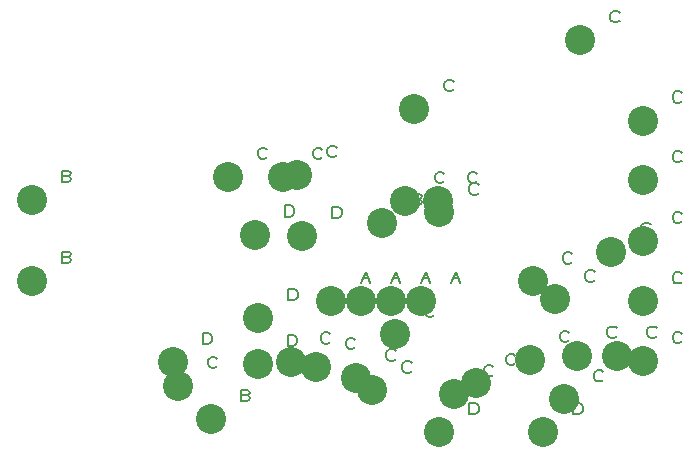
<source format=gbr>
G04 DesignSpark PCB Gerber Version 9.0 Build 5115 *
%FSLAX35Y35*%
%MOIN*%
%ADD11C,0.00591*%
%ADD125C,0.10000*%
X0Y0D02*
D02*
D11*
X88323Y76960D02*
X88948Y76648D01*
X89261Y76023*
X88948Y75398*
X88323Y75085*
X86136*
Y78835*
X88323*
X88948Y78523*
X89261Y77898*
X88948Y77273*
X88323Y76960*
X86136*
X88323Y103929D02*
X88948Y103616D01*
X89261Y102991*
X88948Y102366*
X88323Y102054*
X86136*
Y105804*
X88323*
X88948Y105491*
X89261Y104866*
X88948Y104241*
X88323Y103929*
X86136*
X133183Y47920D02*
Y51670D01*
X135058*
X135683Y51357*
X135996Y51045*
X136308Y50420*
Y49170*
X135996Y48545*
X135683Y48232*
X135058Y47920*
X133183*
X137981Y40671D02*
X137669Y40358D01*
X137044Y40046*
X136106*
X135481Y40358*
X135169Y40671*
X134856Y41296*
Y42546*
X135169Y43171*
X135481Y43483*
X136106Y43796*
X137044*
X137669Y43483*
X137981Y43171*
X147969Y30897D02*
X148594Y30585D01*
X148907Y29960*
X148594Y29335*
X147969Y29022*
X145781*
Y32772*
X147969*
X148594Y32460*
X148907Y31835*
X148594Y31210*
X147969Y30897*
X145781*
X154615Y110356D02*
X154303Y110043D01*
X153678Y109731*
X152740*
X152115Y110043*
X151803Y110356*
X151490Y110981*
Y112231*
X151803Y112856*
X152115Y113169*
X152740Y113481*
X153678*
X154303Y113169*
X154615Y112856*
X160447Y90439D02*
Y94189D01*
X162322*
X162947Y93877*
X163259Y93565*
X163572Y92939*
Y91689*
X163259Y91065*
X162947Y90752*
X162322Y90439*
X160447*
X161530Y47329D02*
Y51079D01*
X163405*
X164030Y50767*
X164342Y50454*
X164655Y49829*
Y48579*
X164342Y47954*
X164030Y47642*
X163405Y47329*
X161530*
X161628Y62585D02*
Y66335D01*
X163503*
X164128Y66023*
X164441Y65710*
X164753Y65085*
Y63835*
X164441Y63210*
X164128Y62898*
X163503Y62585*
X161628*
X173021Y110257D02*
X172708Y109945D01*
X172083Y109632*
X171146*
X170521Y109945*
X170208Y110257*
X169896Y110882*
Y112132*
X170208Y112757*
X170521Y113070*
X171146Y113382*
X172083*
X172708Y113070*
X173021Y112757*
X175678Y48742D02*
X175366Y48429D01*
X174741Y48117*
X173803*
X173178Y48429*
X172866Y48742*
X172553Y49367*
Y50617*
X172866Y51242*
X173178Y51554*
X173803Y51867*
X174741*
X175366Y51554*
X175678Y51242*
X177844Y110946D02*
X177531Y110634D01*
X176906Y110321*
X175969*
X175344Y110634*
X175031Y110946*
X174719Y111571*
Y112821*
X175031Y113446*
X175344Y113759*
X175969Y114071*
X176906*
X177531Y113759*
X177844Y113446*
X176293Y90046D02*
Y93796D01*
X178169*
X178793Y93483*
X179106Y93171*
X179419Y92546*
Y91296*
X179106Y90671*
X178793Y90358*
X178169Y90046*
X176293*
X183946Y46970D02*
X183633Y46657D01*
X183008Y46345*
X182071*
X181446Y46657*
X181133Y46970*
X180821Y47595*
Y48845*
X181133Y49470*
X181446Y49783*
X182071Y50095*
X183008*
X183633Y49783*
X183946Y49470*
X185939Y68392D02*
X187502Y72142D01*
X189064Y68392*
X186564Y69955D02*
X188439D01*
X197529Y43131D02*
X197216Y42819D01*
X196591Y42506*
X195654*
X195029Y42819*
X194716Y43131*
X194404Y43756*
Y45006*
X194716Y45631*
X195029Y45944*
X195654Y46256*
X196591*
X197216Y45944*
X197529Y45631*
X195939Y68392D02*
X197502Y72142D01*
X199064Y68392*
X196564Y69955D02*
X198439D01*
X202844Y39096D02*
X202531Y38783D01*
X201906Y38471*
X200969*
X200344Y38783*
X200031Y39096*
X199719Y39721*
Y40971*
X200031Y41596*
X200344Y41909*
X200969Y42221*
X201906*
X202531Y41909*
X202844Y41596*
X205154Y96252D02*
X205779Y95939D01*
X206092Y95314*
X205779Y94689*
X205154Y94376*
X202967*
Y98126*
X205154*
X205779Y97814*
X206092Y97189*
X205779Y96564*
X205154Y96252*
X202967*
X205939Y68392D02*
X207502Y72142D01*
X209064Y68392*
X206564Y69955D02*
X208439D01*
X210324Y57797D02*
X210011Y57484D01*
X209386Y57172*
X208449*
X207824Y57484*
X207511Y57797*
X207199Y58422*
Y59672*
X207511Y60297*
X207824Y60609*
X208449Y60922*
X209386*
X210011Y60609*
X210324Y60297*
X213670Y102285D02*
X213358Y101972D01*
X212733Y101660*
X211795*
X211170Y101972*
X210858Y102285*
X210545Y102910*
Y104160*
X210858Y104785*
X211170Y105098*
X211795Y105410*
X212733*
X213358Y105098*
X213670Y104785*
X216820Y132895D02*
X216507Y132583D01*
X215882Y132270*
X214945*
X214320Y132583*
X214007Y132895*
X213695Y133520*
Y134770*
X214007Y135395*
X214320Y135708*
X214945Y136020*
X215882*
X216507Y135708*
X216820Y135395*
X215939Y68392D02*
X217502Y72142D01*
X219064Y68392*
X216564Y69955D02*
X218439D01*
X224596Y102285D02*
X224283Y101972D01*
X223658Y101660*
X222720*
X222096Y101972*
X221783Y102285*
X221470Y102910*
Y104160*
X221783Y104785*
X222096Y105098*
X222720Y105410*
X223658*
X224283Y105098*
X224596Y104785*
X222061Y24593D02*
Y28343D01*
X223936*
X224561Y28031*
X224874Y27718*
X225186Y27093*
Y25843*
X224874Y25218*
X224561Y24906*
X223936Y24593*
X222061*
X225186Y98446D02*
X224874Y98134D01*
X224248Y97821*
X223311*
X222686Y98134*
X222374Y98446*
X222061Y99071*
Y100321*
X222374Y100946*
X222686Y101259*
X223311Y101571*
X224248*
X224874Y101259*
X225186Y100946*
X230009Y37817D02*
X229696Y37504D01*
X229071Y37191*
X228134*
X227509Y37504*
X227196Y37817*
X226884Y38441*
Y39691*
X227196Y40317*
X227509Y40629*
X228134Y40941*
X229071*
X229696Y40629*
X230009Y40317*
X237391Y41557D02*
X237078Y41244D01*
X236453Y40931*
X235516*
X234891Y41244*
X234578Y41557*
X234266Y42181*
Y43431*
X234578Y44057*
X234891Y44369*
X235516Y44681*
X236453*
X237078Y44369*
X237391Y44057*
X255304Y49234D02*
X254992Y48921D01*
X254367Y48609*
X253429*
X252804Y48921*
X252492Y49234*
X252179Y49859*
Y51109*
X252492Y51734*
X252804Y52046*
X253429Y52359*
X254367*
X254992Y52046*
X255304Y51734*
X256289Y75415D02*
X255976Y75102D01*
X255351Y74790*
X254413*
X253789Y75102*
X253476Y75415*
X253163Y76040*
Y77290*
X253476Y77915*
X253789Y78228*
X254413Y78540*
X255351*
X255976Y78228*
X256289Y77915*
X256707Y24593D02*
Y28343D01*
X258582*
X259207Y28031*
X259519Y27718*
X259832Y27093*
Y25843*
X259519Y25218*
X259207Y24906*
X258582Y24593*
X256707*
X263867Y69411D02*
X263555Y69098D01*
X262930Y68786*
X261992*
X261367Y69098*
X261055Y69411*
X260742Y70036*
Y71286*
X261055Y71911*
X261367Y72224*
X261992Y72536*
X262930*
X263555Y72224*
X263867Y71911*
X266722Y36143D02*
X266409Y35831D01*
X265784Y35518*
X264846*
X264222Y35831*
X263909Y36143*
X263596Y36768*
Y38018*
X263909Y38643*
X264222Y38956*
X264846Y39268*
X265784*
X266409Y38956*
X266722Y38643*
X271151Y50710D02*
X270838Y50398D01*
X270213Y50085*
X269276*
X268651Y50398*
X268338Y50710*
X268026Y51335*
Y52585*
X268338Y53210*
X268651Y53523*
X269276Y53835*
X270213*
X270838Y53523*
X271151Y53210*
X272135Y155828D02*
X271822Y155516D01*
X271197Y155203*
X270260*
X269635Y155516*
X269322Y155828*
X269010Y156453*
Y157703*
X269322Y158328*
X269635Y158641*
X270260Y158953*
X271197*
X271822Y158641*
X272135Y158328*
X282470Y85356D02*
X282157Y85043D01*
X281532Y84731*
X280594*
X279970Y85043*
X279657Y85356*
X279344Y85981*
Y87231*
X279657Y87856*
X279970Y88169*
X280594Y88481*
X281532*
X282157Y88169*
X282470Y87856*
X284438Y50710D02*
X284126Y50398D01*
X283500Y50085*
X282563*
X281938Y50398*
X281626Y50710*
X281313Y51335*
Y52585*
X281626Y53210*
X281938Y53523*
X282563Y53835*
X283500*
X284126Y53523*
X284438Y53210*
X292903Y48939D02*
X292590Y48626D01*
X291965Y48313*
X291028*
X290403Y48626*
X290090Y48939*
X289778Y49563*
Y50813*
X290090Y51439*
X290403Y51751*
X291028Y52063*
X291965*
X292590Y51751*
X292903Y51439*
Y68820D02*
X292590Y68508D01*
X291965Y68195*
X291028*
X290403Y68508*
X290090Y68820*
X289778Y69445*
Y70695*
X290090Y71320*
X290403Y71633*
X291028Y71945*
X291965*
X292590Y71633*
X292903Y71320*
Y88899D02*
X292590Y88587D01*
X291965Y88274*
X291028*
X290403Y88587*
X290090Y88899*
X289778Y89524*
Y90774*
X290090Y91399*
X290403Y91712*
X291028Y92024*
X291965*
X292590Y91712*
X292903Y91399*
Y109175D02*
X292590Y108862D01*
X291965Y108550*
X291028*
X290403Y108862*
X290090Y109175*
X289778Y109800*
Y111050*
X290090Y111675*
X290403Y111987*
X291028Y112300*
X291965*
X292590Y111987*
X292903Y111675*
Y129057D02*
X292590Y128744D01*
X291965Y128431*
X291028*
X290403Y128744*
X290090Y129057*
X289778Y129681*
Y130931*
X290090Y131557*
X290403Y131869*
X291028Y132181*
X291965*
X292590Y131869*
X292903Y131557*
D02*
D125*
X76136Y69148D03*
Y96116D03*
X123183Y41982D03*
X124856Y34108D03*
X135781Y23085D03*
X141490Y103793D03*
X150447Y84502D03*
X151530Y41392D03*
X151628Y56648D03*
X159896Y103695D03*
X162553Y42179D03*
X164719Y104384D03*
X166293Y84108D03*
X170821Y40407D03*
X175939Y62455D03*
X184404Y36569D03*
X185939Y62455D03*
X189719Y32533D03*
X192967Y88439D03*
X195939Y62455D03*
X197199Y51234D03*
X200545Y95722D03*
X203695Y126333D03*
X205939Y62455D03*
X211470Y95722D03*
X212061Y18656D03*
Y91884D03*
X216884Y31254D03*
X224266Y34994D03*
X242179Y42671D03*
X243163Y68852D03*
X246707Y18656D03*
X250742Y62848D03*
X253596Y29581D03*
X258026Y44148D03*
X259010Y149266D03*
X269344Y78793D03*
X271313Y44148D03*
X279778Y42376D03*
Y62258D03*
Y82337D03*
Y102612D03*
Y122494D03*
X0Y0D02*
M02*

</source>
